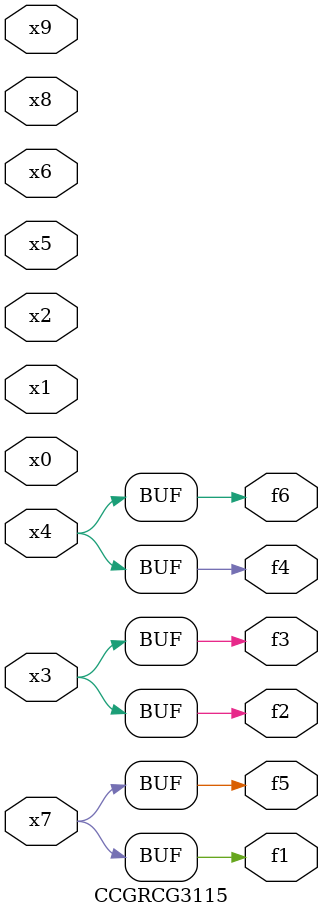
<source format=v>
module CCGRCG3115(
	input x0, x1, x2, x3, x4, x5, x6, x7, x8, x9,
	output f1, f2, f3, f4, f5, f6
);
	assign f1 = x7;
	assign f2 = x3;
	assign f3 = x3;
	assign f4 = x4;
	assign f5 = x7;
	assign f6 = x4;
endmodule

</source>
